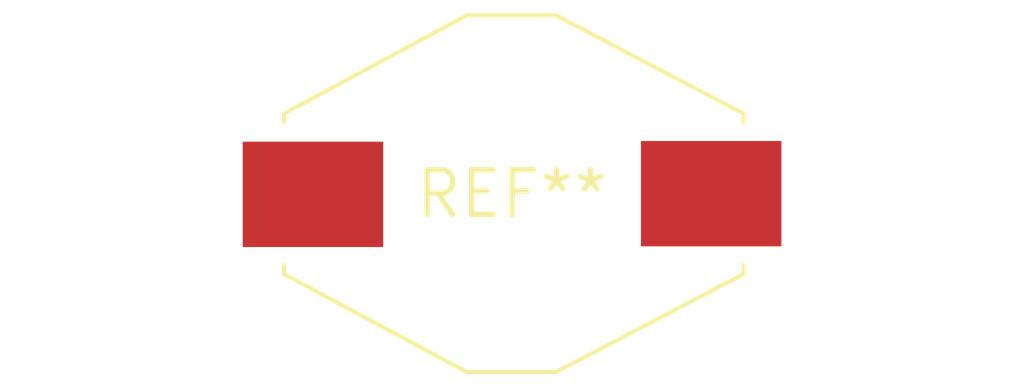
<source format=kicad_pcb>
(kicad_pcb (version 20240108) (generator pcbnew)
  (layers (0 "F.Cu" signal) (31 "B.Cu" signal) (34 "B.Paste" user) (35 "F.Paste" user) (36 "B.SilkS" user "B.Silkscreen") (37 "F.SilkS" user "F.Silkscreen") (38 "B.Mask" user) (39 "F.Mask" user) (44 "Edge.Cuts" user))
  (net 0 "")
  (footprint "L_Fastron_PISN_Handsoldering" (layer "F.Cu") (at 0 0)
    (property "Reference" "REF**")
    (property "Value" "L_Fastron_PISN_Handsoldering")
    (fp_line (start -6.49 -2.29) (end -6.49 -2.04) (layer "F.SilkS") (stroke (width 0.12)))
    (fp_line (start -6.49 2.28) (end -6.49 2.03) (layer "F.SilkS") (stroke (width 0.12)))
    (fp_line (start -1.29 -5.09) (end -6.49 -2.29) (layer "F.SilkS") (stroke (width 0.12)))
    (fp_line (start -1.29 -5.09) (end 1.25 -5.09) (layer "F.SilkS") (stroke (width 0.12)))
    (fp_line (start -1.29 5.07) (end -6.49 2.28) (layer "F.SilkS") (stroke (width 0.12)))
    (fp_line (start -1.29 5.07) (end 1.25 5.07) (layer "F.SilkS") (stroke (width 0.12)))
    (fp_line (start 1.25 -5.09) (end 6.59 -2.29) (layer "F.SilkS") (stroke (width 0.12)))
    (fp_line (start 1.25 5.07) (end 6.59 2.28) (layer "F.SilkS") (stroke (width 0.12)))
    (fp_line (start 6.59 -2.29) (end 6.59 -2.04) (layer "F.SilkS") (stroke (width 0.12)))
    (fp_line (start 6.59 2.28) (end 6.59 2.03) (layer "F.SilkS") (stroke (width 0.12)))
    (pad "1" smd rect (at 5.67 -0.01) (size 4 3) (layers "F.Cu" "F.Paste" "F.Mask"))
    (pad "2" smd rect (at -5.67 0.01) (size 4 3) (layers "F.Cu" "F.Paste" "F.Mask"))
  )
)
</source>
